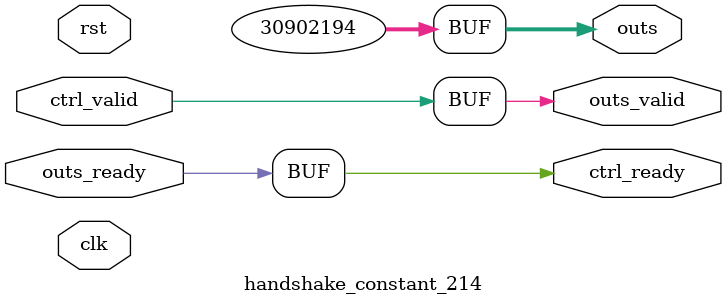
<source format=v>
`timescale 1ns / 1ps
module handshake_constant_214 #(
  parameter DATA_WIDTH = 32  // Default set to 32 bits
) (
  input                       clk,
  input                       rst,
  // Input Channel
  input                       ctrl_valid,
  output                      ctrl_ready,
  // Output Channel
  output [DATA_WIDTH - 1 : 0] outs,
  output                      outs_valid,
  input                       outs_ready
);
  assign outs       = 26'b01110101111000011110110010;
  assign outs_valid = ctrl_valid;
  assign ctrl_ready = outs_ready;

endmodule

</source>
